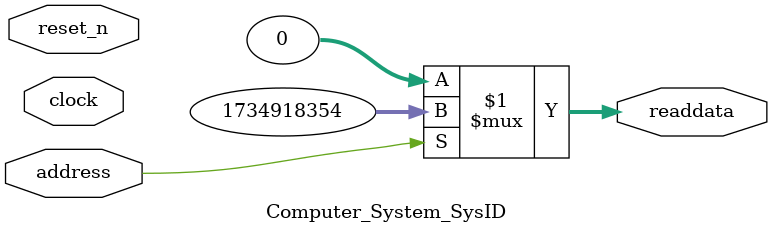
<source format=v>



// synthesis translate_off
`timescale 1ns / 1ps
// synthesis translate_on

// turn off superfluous verilog processor warnings 
// altera message_level Level1 
// altera message_off 10034 10035 10036 10037 10230 10240 10030 

module Computer_System_SysID (
               // inputs:
                address,
                clock,
                reset_n,

               // outputs:
                readdata
             )
;

  output  [ 31: 0] readdata;
  input            address;
  input            clock;
  input            reset_n;

  wire    [ 31: 0] readdata;
  //control_slave, which is an e_avalon_slave
  assign readdata = address ? 1734918354 : 0;

endmodule



</source>
